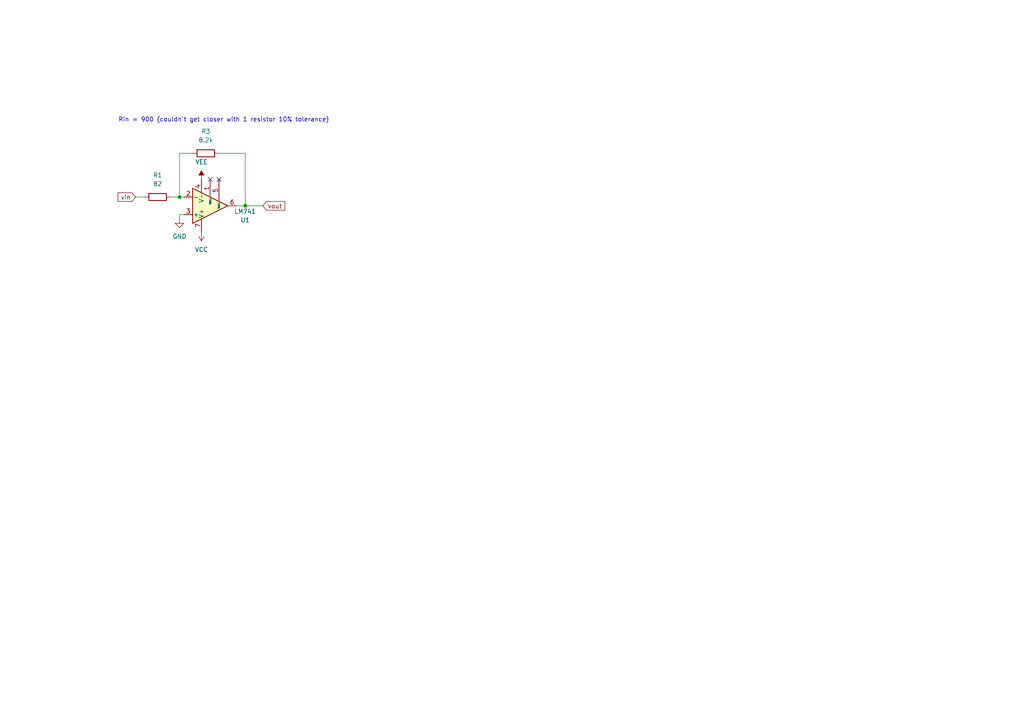
<source format=kicad_sch>
(kicad_sch (version 20230121) (generator eeschema)
  (paper "A4")
  (lib_symbols
    (symbol "Amplifier_Operational:LM741" (pin_names (offset 0.127))
      (property "Reference" "U" (at 0 6.35 0))
      (property "Value" "LM741" (at 0 3.81 0))
      (symbol "LM741_0_1"
        (polyline (pts (xy -5.08 5.08) (xy 5.08 0) (xy -5.08 -5.08) (xy -5.08 5.08)) (stroke (width 0.254)) (fill (type background)))
      )
      (symbol "LM741_1_1"
        (pin input line (at 0 -7.62 90) (length 5.08) (name "NULL") (number "1"))
        (pin input line (at -7.62 -2.54 0) (length 2.54) (name "-") (number "2"))
        (pin input line (at -7.62 2.54 0) (length 2.54) (name "+") (number "3"))
        (pin power_in line (at -2.54 -7.62 90) (length 3.81) (name "V-") (number "4"))
        (pin input line (at 2.54 -7.62 90) (length 6.35) (name "NULL") (number "5"))
        (pin output line (at 7.62 0 180) (length 2.54) (name "~") (number "6"))
        (pin power_in line (at -2.54 7.62 270) (length 3.81) (name "V+") (number "7"))
        (pin no_connect line (at 0 2.54 270) (length 2.54) hide (name "NC") (number "8"))
      )
    )
    (symbol "Device:R" (pin_numbers hide) (pin_names (offset 0))
      (property "Reference" "R" (at 2.032 0 90))
      (property "Value" "R" (at 0 0 90))
      (symbol "R_0_1"
        (rectangle (start -1.016 -2.54) (end 1.016 2.54) (stroke (width 0.254)))
      )
      (symbol "R_1_1"
        (pin passive line (at 0 3.81 270) (length 1.27) (name "~") (number "1"))
        (pin passive line (at 0 -3.81 90) (length 1.27) (name "~") (number "2"))
      )
    )
    (symbol "power:GND" (power) (pin_names (offset 0))
      (property "Value" "GND" (at 0 -3.81 0))
      (symbol "GND_0_1"
        (polyline (pts (xy 0 0) (xy 0 -1.27) (xy 1.27 -1.27) (xy 0 -2.54) (xy -1.27 -1.27) (xy 0 -1.27)))
      )
      (symbol "GND_1_1"
        (pin power_in line (at 0 0 270) (length 0) hide (name "GND") (number "1"))
      )
    )
    (symbol "power:VCC" (power) (pin_numbers hide) (pin_names (offset 0) hide)
      (property "Value" "VCC" (at 0 3.81 0))
      (symbol "VCC_0_1"
        (polyline (pts (xy -0.762 1.27) (xy 0 2.54)))
        (polyline (pts (xy 0 0) (xy 0 2.54)))
        (polyline (pts (xy 0 2.54) (xy 0.762 1.27)))
      )
      (symbol "VCC_1_1"
        (pin power_in line (at 0 0 90) (length 0) hide (name "VCC") (number "1"))
      )
    )
    (symbol "power:VEE" (power) (pin_numbers hide) (pin_names (offset 0) hide)
      (property "Value" "VEE" (at 0 3.81 0))
      (symbol "VEE_0_1"
        (polyline (pts (xy 0 0) (xy 0 2.54)))
        (polyline (pts (xy 0.762 1.27) (xy -0.762 1.27) (xy 0 2.54) (xy 0.762 1.27)) (fill (type outline)))
      )
      (symbol "VEE_1_1"
        (pin power_in line (at 0 0 90) (length 0) hide (name "VEE") (number "1"))
      )
    )
  )
  (junction (at 52.07 57.15))
  (junction (at 71.12 59.69))
  (no_connect (at 63.5 52.07))
  (no_connect (at 60.96 52.07))
  (wire (pts (xy 52.07 63.5) (xy 52.07 62.23)))
  (wire (pts (xy 55.88 44.45) (xy 52.07 44.45)))
  (wire (pts (xy 49.53 57.15) (xy 52.07 57.15)))
  (wire (pts (xy 39.37 57.15) (xy 41.91 57.15)))
  (wire (pts (xy 52.07 57.15) (xy 53.34 57.15)))
  (wire (pts (xy 71.12 44.45) (xy 71.12 59.69)))
  (wire (pts (xy 63.5 44.45) (xy 71.12 44.45)))
  (wire (pts (xy 52.07 62.23) (xy 53.34 62.23)))
  (wire (pts (xy 71.12 59.69) (xy 68.58 59.69)))
  (wire (pts (xy 52.07 44.45) (xy 52.07 57.15)))
  (wire (pts (xy 71.12 59.69) (xy 76.2 59.69)))
  (text "Rin = 900 (couldn't get closer with 1 resistor 10% tolerance)" (at 34.29 35.56 0) (effects (font (size 1.27 1.27)) (justify left bottom)))
  (global_label "vin" (shape input) (at 39.37 57.15 180) (property "Intersheetrefs" "${INTERSHEET_REFS}" (effects hide)))
  (global_label "vout" (shape input) (at 76.2 59.69 0) (property "Intersheetrefs" "${INTERSHEET_REFS}" (effects hide)))
  (symbol (lib_id "Amplifier_Operational:LM741") (at 60.96 59.69 0) (mirror x) (unit 1)
    (property "Reference" "U1" (at 71.12 63.8809 0))
    (property "Value" "LM741" (at 71.12 61.3409 0))
    (property "Datasheet" "http://www.ti.com/lit/ds/symlink/lm741.pdf" (effects hide))
  )
  (symbol (lib_id "power:VEE") (at 58.42 52.07 0) (mirror y) (unit 1)
    (property "Reference" "#PWR01" (effects hide))
    (property "Value" "VEE" (at 58.42 46.99 0))
  )
  (symbol (lib_id "power:VCC") (at 58.42 67.31 0) (mirror x) (unit 1)
    (property "Reference" "#PWR02" (effects hide))
    (property "Value" "VCC" (at 58.42 72.39 0))
  )
  (symbol (lib_id "power:GND") (at 52.07 63.5 0) (unit 1)
    (property "Reference" "#PWR05" (effects hide))
    (property "Value" "GND" (at 52.07 68.58 0))
  )
  (symbol (lib_id "Device:R") (at 59.69 44.45 90) (mirror x) (unit 1)
    (property "Reference" "R3" (at 59.69 38.1 90))
    (property "Value" "8.2k" (at 59.69 40.64 90))
  )
  (symbol (lib_id "Device:R") (at 45.72 57.15 90) (unit 1)
    (property "Reference" "R1" (at 45.72 50.8 90))
    (property "Value" "82" (at 45.72 53.34 90))
  )
)
</source>
